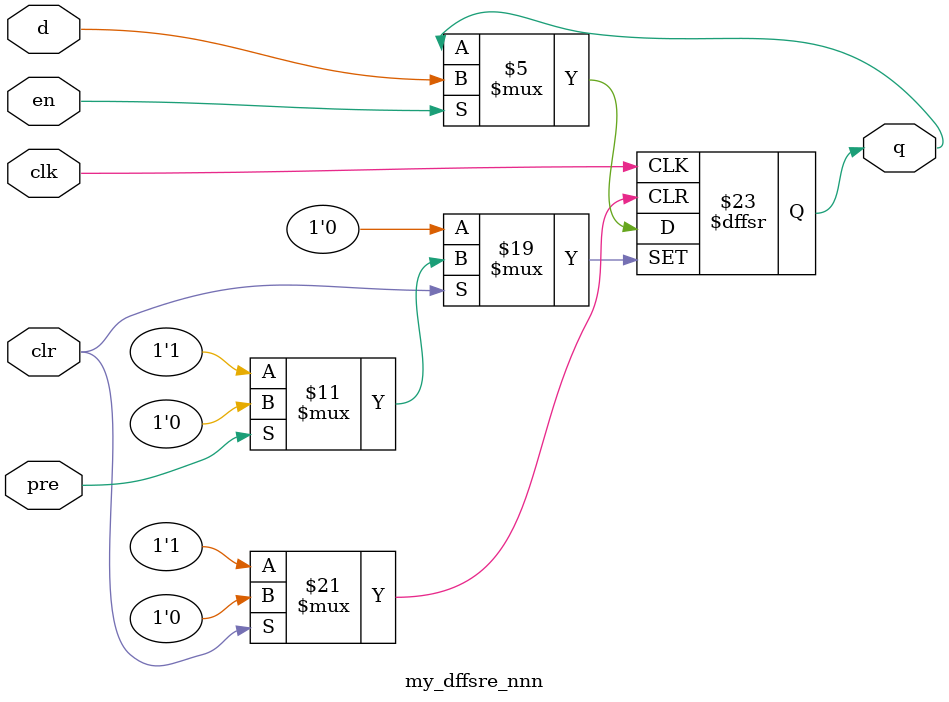
<source format=v>
module my_dffsre_nnn (
    input d,
    clk,
    pre,
    clr,
    en,
    output reg q
);
  initial q <= 1'b0;
  always @(negedge clk or negedge pre or negedge clr)
    if (!pre) q <= 1'b1;
    else if (!clr) q <= 1'b0;
    else if (en) q <= d;
endmodule
</source>
